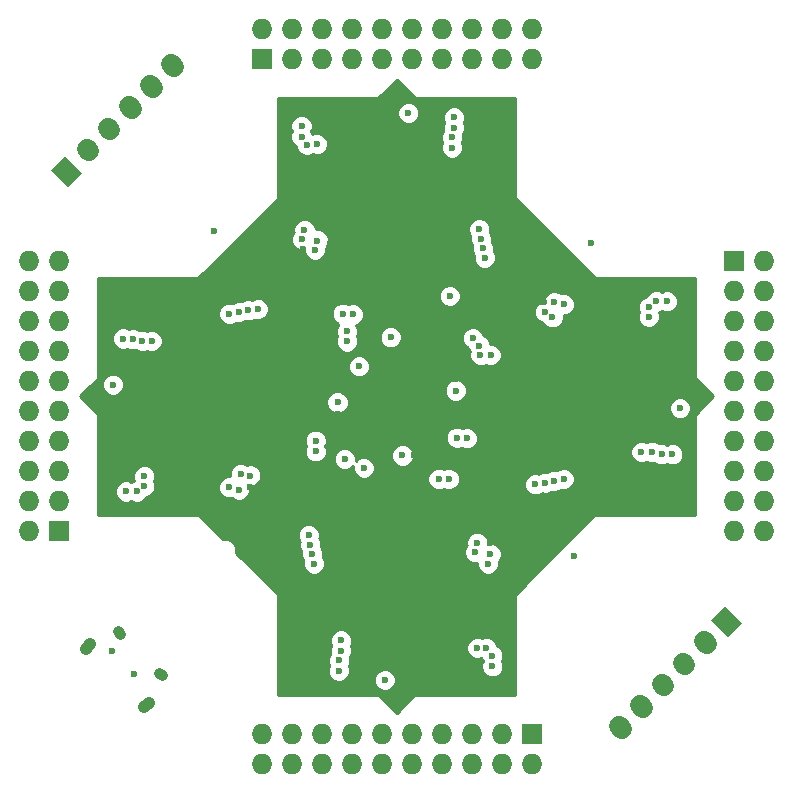
<source format=gbr>
G04 #@! TF.FileFunction,Copper,L2,Inr,Plane*
%FSLAX46Y46*%
G04 Gerber Fmt 4.6, Leading zero omitted, Abs format (unit mm)*
G04 Created by KiCad (PCBNEW 4.0.6-e0-6349~53~ubuntu14.04.1) date Tue Mar 21 08:09:45 2017*
%MOMM*%
%LPD*%
G01*
G04 APERTURE LIST*
%ADD10C,0.100000*%
%ADD11R,1.727200X1.727200*%
%ADD12O,1.727200X1.727200*%
%ADD13C,1.727200*%
%ADD14C,0.950000*%
%ADD15C,1.000000*%
%ADD16C,0.600000*%
%ADD17C,0.254000*%
G04 APERTURE END LIST*
D10*
D11*
X161430000Y-133575000D03*
D12*
X161430000Y-136115000D03*
X158890000Y-133575000D03*
X158890000Y-136115000D03*
X156350000Y-133575000D03*
X156350000Y-136115000D03*
X153810000Y-133575000D03*
X153810000Y-136115000D03*
X151270000Y-133575000D03*
X151270000Y-136115000D03*
X148730000Y-133575000D03*
X148730000Y-136115000D03*
X146190000Y-133575000D03*
X146190000Y-136115000D03*
X143650000Y-133575000D03*
X143650000Y-136115000D03*
X141110000Y-133575000D03*
X141110000Y-136115000D03*
X138570000Y-133575000D03*
X138570000Y-136115000D03*
D11*
X121425000Y-116430000D03*
D12*
X118885000Y-116430000D03*
X121425000Y-113890000D03*
X118885000Y-113890000D03*
X121425000Y-111350000D03*
X118885000Y-111350000D03*
X121425000Y-108810000D03*
X118885000Y-108810000D03*
X121425000Y-106270000D03*
X118885000Y-106270000D03*
X121425000Y-103730000D03*
X118885000Y-103730000D03*
X121425000Y-101190000D03*
X118885000Y-101190000D03*
X121425000Y-98650000D03*
X118885000Y-98650000D03*
X121425000Y-96110000D03*
X118885000Y-96110000D03*
X121425000Y-93570000D03*
X118885000Y-93570000D03*
D11*
X138570000Y-76425000D03*
D12*
X138570000Y-73885000D03*
X141110000Y-76425000D03*
X141110000Y-73885000D03*
X143650000Y-76425000D03*
X143650000Y-73885000D03*
X146190000Y-76425000D03*
X146190000Y-73885000D03*
X148730000Y-76425000D03*
X148730000Y-73885000D03*
X151270000Y-76425000D03*
X151270000Y-73885000D03*
X153810000Y-76425000D03*
X153810000Y-73885000D03*
X156350000Y-76425000D03*
X156350000Y-73885000D03*
X158890000Y-76425000D03*
X158890000Y-73885000D03*
X161430000Y-76425000D03*
X161430000Y-73885000D03*
D11*
X178575000Y-93570000D03*
D12*
X181115000Y-93570000D03*
X178575000Y-96110000D03*
X181115000Y-96110000D03*
X178575000Y-98650000D03*
X181115000Y-98650000D03*
X178575000Y-101190000D03*
X181115000Y-101190000D03*
X178575000Y-103730000D03*
X181115000Y-103730000D03*
X178575000Y-106270000D03*
X181115000Y-106270000D03*
X178575000Y-108810000D03*
X181115000Y-108810000D03*
X178575000Y-111350000D03*
X181115000Y-111350000D03*
X178575000Y-113890000D03*
X181115000Y-113890000D03*
X178575000Y-116430000D03*
X181115000Y-116430000D03*
D10*
G36*
X122167763Y-87279078D02*
X120730922Y-85842237D01*
X121952237Y-84620922D01*
X123389078Y-86057763D01*
X122167763Y-87279078D01*
X122167763Y-87279078D01*
G37*
D13*
X123748288Y-84046186D02*
X123963814Y-84261712D01*
X125544339Y-82250135D02*
X125759865Y-82465661D01*
X127340391Y-80454083D02*
X127555917Y-80669609D01*
X129136442Y-78658032D02*
X129351968Y-78873558D01*
X130932493Y-76861981D02*
X131148019Y-77077507D01*
D10*
G36*
X177832237Y-122720922D02*
X179269078Y-124157763D01*
X178047763Y-125379078D01*
X176610922Y-123942237D01*
X177832237Y-122720922D01*
X177832237Y-122720922D01*
G37*
D13*
X176251712Y-125953814D02*
X176036186Y-125738288D01*
X174455661Y-127749865D02*
X174240135Y-127534339D01*
X172659609Y-129545917D02*
X172444083Y-129330391D01*
X170863558Y-131341968D02*
X170648032Y-131126442D01*
X169067507Y-133138019D02*
X168851981Y-132922493D01*
D14*
X126370413Y-124880648D02*
X126582545Y-125092780D01*
X129905947Y-128416182D02*
X130118079Y-128628314D01*
D15*
X123665730Y-126383250D02*
X124054638Y-125994342D01*
X128615478Y-131332997D02*
X129004386Y-130944089D01*
D16*
X154500000Y-96500000D03*
X159050000Y-119650000D03*
X163750000Y-114200000D03*
X159200000Y-91250000D03*
X136250000Y-95800000D03*
X140800000Y-118750000D03*
X174000000Y-106000000D03*
X149000000Y-129000000D03*
X126000000Y-104000000D03*
X151000000Y-81000000D03*
X155100000Y-108500000D03*
X155950000Y-108550000D03*
X153550000Y-112000000D03*
X154450000Y-112000000D03*
X156450000Y-100050000D03*
X157000000Y-100700000D03*
X157100000Y-101500000D03*
X158000000Y-101500000D03*
X150500000Y-110000000D03*
X145000000Y-105500000D03*
X149500000Y-100000000D03*
X155000000Y-104500000D03*
X146825000Y-102460000D03*
X160000000Y-94000000D03*
X138000000Y-94000000D03*
X161500000Y-115000000D03*
X157500000Y-99500000D03*
X153000000Y-107500000D03*
X155000000Y-103500000D03*
X151500000Y-110000000D03*
X145000000Y-106500000D03*
X148500000Y-100000000D03*
X147250000Y-111050000D03*
X145600000Y-110300000D03*
X143150000Y-108750000D03*
X143150000Y-109650000D03*
X145800000Y-100350000D03*
X145800000Y-99450000D03*
X146300000Y-98050000D03*
X145450000Y-98000000D03*
X158100000Y-127850000D03*
X158100000Y-126950000D03*
X156800000Y-126300000D03*
X157600000Y-126300000D03*
X157750000Y-119150000D03*
X157950000Y-118350000D03*
X156650000Y-118200000D03*
X156850000Y-117400000D03*
X142550000Y-116750000D03*
X142700000Y-117550000D03*
X142850000Y-118350000D03*
X143000000Y-119150000D03*
X145100000Y-128250000D03*
X145150000Y-127350000D03*
X145300000Y-126550000D03*
X145300000Y-125650000D03*
X127100000Y-113050000D03*
X128000000Y-113050000D03*
X128650000Y-111750000D03*
X128650000Y-112550000D03*
X135850000Y-112700000D03*
X136650000Y-112900000D03*
X136800000Y-111600000D03*
X137600000Y-111700000D03*
X138250000Y-97600000D03*
X137450000Y-97700000D03*
X136650000Y-97850000D03*
X135850000Y-98000000D03*
X126850000Y-100100000D03*
X127650000Y-100150000D03*
X128450000Y-100300000D03*
X129300000Y-100300000D03*
X141950000Y-82100000D03*
X141950000Y-83000000D03*
X143250000Y-83650000D03*
X142400000Y-83700000D03*
X142200000Y-90900000D03*
X142000000Y-91700000D03*
X143300000Y-91800000D03*
X143100000Y-92600000D03*
X157450000Y-93250000D03*
X157300000Y-92450000D03*
X157150000Y-91650000D03*
X157000000Y-90850000D03*
X154850000Y-81350000D03*
X154850000Y-82250000D03*
X154700000Y-83050000D03*
X154700000Y-83950000D03*
X172900000Y-96950000D03*
X172000000Y-96950000D03*
X171350000Y-98250000D03*
X171350000Y-97450000D03*
X164150000Y-97200000D03*
X163350000Y-97000000D03*
X163200000Y-98300000D03*
X162550000Y-97850000D03*
X161750000Y-112450000D03*
X162550000Y-112300000D03*
X163350000Y-112150000D03*
X164150000Y-112000000D03*
X173350000Y-109900000D03*
X172450000Y-109900000D03*
X171650000Y-109700000D03*
X170700000Y-109700000D03*
X141200000Y-117150000D03*
X157950000Y-117450000D03*
X137550000Y-96000000D03*
X137550000Y-112700000D03*
X166500000Y-92000000D03*
X134500000Y-91000000D03*
X165000000Y-118500000D03*
X159050000Y-92600000D03*
X142100000Y-92550000D03*
X162400000Y-114000000D03*
X162500000Y-97000000D03*
X127775000Y-128495000D03*
X125870000Y-126590000D03*
D17*
G36*
X151510197Y-79689803D02*
X151552211Y-79717666D01*
X151600000Y-79727000D01*
X160033000Y-79727000D01*
X160033000Y-88160000D01*
X160043006Y-88209410D01*
X160070197Y-88249803D01*
X166750197Y-94929803D01*
X166792211Y-94957666D01*
X166840000Y-94967000D01*
X175273000Y-94967000D01*
X175273000Y-103400000D01*
X175283006Y-103449410D01*
X175310197Y-103489803D01*
X176820394Y-105000000D01*
X175310197Y-106510197D01*
X175282334Y-106552211D01*
X175273000Y-106600000D01*
X175273000Y-115033000D01*
X166840000Y-115033000D01*
X166790590Y-115043006D01*
X166750197Y-115070197D01*
X160070197Y-121750197D01*
X160042334Y-121792211D01*
X160033000Y-121840000D01*
X160033000Y-130273000D01*
X151600000Y-130273000D01*
X151550590Y-130283006D01*
X151510197Y-130310197D01*
X150000000Y-131820394D01*
X148489803Y-130310197D01*
X148447789Y-130282334D01*
X148400000Y-130273000D01*
X139967000Y-130273000D01*
X139967000Y-129185167D01*
X148064838Y-129185167D01*
X148206883Y-129528943D01*
X148469673Y-129792192D01*
X148813201Y-129934838D01*
X149185167Y-129935162D01*
X149528943Y-129793117D01*
X149792192Y-129530327D01*
X149934838Y-129186799D01*
X149935162Y-128814833D01*
X149793117Y-128471057D01*
X149530327Y-128207808D01*
X149186799Y-128065162D01*
X148814833Y-128064838D01*
X148471057Y-128206883D01*
X148207808Y-128469673D01*
X148065162Y-128813201D01*
X148064838Y-129185167D01*
X139967000Y-129185167D01*
X139967000Y-128435167D01*
X144164838Y-128435167D01*
X144306883Y-128778943D01*
X144569673Y-129042192D01*
X144913201Y-129184838D01*
X145285167Y-129185162D01*
X145628943Y-129043117D01*
X145892192Y-128780327D01*
X146034838Y-128436799D01*
X146035162Y-128064833D01*
X145950580Y-127860127D01*
X146084838Y-127536799D01*
X146085162Y-127164833D01*
X146062494Y-127109973D01*
X146092192Y-127080327D01*
X146234838Y-126736799D01*
X146235057Y-126485167D01*
X155864838Y-126485167D01*
X156006883Y-126828943D01*
X156269673Y-127092192D01*
X156613201Y-127234838D01*
X156985167Y-127235162D01*
X157173928Y-127157168D01*
X157274359Y-127400228D01*
X157165162Y-127663201D01*
X157164838Y-128035167D01*
X157306883Y-128378943D01*
X157569673Y-128642192D01*
X157913201Y-128784838D01*
X158285167Y-128785162D01*
X158628943Y-128643117D01*
X158892192Y-128380327D01*
X159034838Y-128036799D01*
X159035162Y-127664833D01*
X158925641Y-127399772D01*
X159034838Y-127136799D01*
X159035162Y-126764833D01*
X158893117Y-126421057D01*
X158630327Y-126157808D01*
X158535159Y-126118291D01*
X158535162Y-126114833D01*
X158393117Y-125771057D01*
X158130327Y-125507808D01*
X157786799Y-125365162D01*
X157414833Y-125364838D01*
X157199896Y-125453648D01*
X156986799Y-125365162D01*
X156614833Y-125364838D01*
X156271057Y-125506883D01*
X156007808Y-125769673D01*
X155865162Y-126113201D01*
X155864838Y-126485167D01*
X146235057Y-126485167D01*
X146235162Y-126364833D01*
X146125641Y-126099772D01*
X146234838Y-125836799D01*
X146235162Y-125464833D01*
X146093117Y-125121057D01*
X145830327Y-124857808D01*
X145486799Y-124715162D01*
X145114833Y-124714838D01*
X144771057Y-124856883D01*
X144507808Y-125119673D01*
X144365162Y-125463201D01*
X144364838Y-125835167D01*
X144474359Y-126100228D01*
X144365162Y-126363201D01*
X144364838Y-126735167D01*
X144387506Y-126790027D01*
X144357808Y-126819673D01*
X144215162Y-127163201D01*
X144214838Y-127535167D01*
X144299420Y-127739873D01*
X144165162Y-128063201D01*
X144164838Y-128435167D01*
X139967000Y-128435167D01*
X139967000Y-121840000D01*
X139956994Y-121790590D01*
X139929803Y-121750197D01*
X136414759Y-118235153D01*
X136434838Y-118186799D01*
X136435162Y-117814833D01*
X136293117Y-117471057D01*
X136030327Y-117207808D01*
X135686799Y-117065162D01*
X135314833Y-117064838D01*
X135265024Y-117085418D01*
X135114773Y-116935167D01*
X141614838Y-116935167D01*
X141756883Y-117278943D01*
X141787439Y-117309552D01*
X141765162Y-117363201D01*
X141764838Y-117735167D01*
X141906883Y-118078943D01*
X141937439Y-118109552D01*
X141915162Y-118163201D01*
X141914838Y-118535167D01*
X142056883Y-118878943D01*
X142087439Y-118909552D01*
X142065162Y-118963201D01*
X142064838Y-119335167D01*
X142206883Y-119678943D01*
X142469673Y-119942192D01*
X142813201Y-120084838D01*
X143185167Y-120085162D01*
X143528943Y-119943117D01*
X143792192Y-119680327D01*
X143934838Y-119336799D01*
X143935162Y-118964833D01*
X143793117Y-118621057D01*
X143762561Y-118590448D01*
X143784838Y-118536799D01*
X143784970Y-118385167D01*
X155714838Y-118385167D01*
X155856883Y-118728943D01*
X156119673Y-118992192D01*
X156463201Y-119134838D01*
X156815012Y-119135144D01*
X156814838Y-119335167D01*
X156956883Y-119678943D01*
X157219673Y-119942192D01*
X157563201Y-120084838D01*
X157935167Y-120085162D01*
X158278943Y-119943117D01*
X158542192Y-119680327D01*
X158684838Y-119336799D01*
X158685162Y-118964833D01*
X158677095Y-118945310D01*
X158742192Y-118880327D01*
X158884838Y-118536799D01*
X158885162Y-118164833D01*
X158743117Y-117821057D01*
X158480327Y-117557808D01*
X158136799Y-117415162D01*
X157784988Y-117414856D01*
X157785162Y-117214833D01*
X157643117Y-116871057D01*
X157380327Y-116607808D01*
X157036799Y-116465162D01*
X156664833Y-116464838D01*
X156321057Y-116606883D01*
X156057808Y-116869673D01*
X155915162Y-117213201D01*
X155914838Y-117585167D01*
X155922905Y-117604690D01*
X155857808Y-117669673D01*
X155715162Y-118013201D01*
X155714838Y-118385167D01*
X143784970Y-118385167D01*
X143785162Y-118164833D01*
X143643117Y-117821057D01*
X143612561Y-117790448D01*
X143634838Y-117736799D01*
X143635162Y-117364833D01*
X143493117Y-117021057D01*
X143462561Y-116990448D01*
X143484838Y-116936799D01*
X143485162Y-116564833D01*
X143343117Y-116221057D01*
X143080327Y-115957808D01*
X142736799Y-115815162D01*
X142364833Y-115814838D01*
X142021057Y-115956883D01*
X141757808Y-116219673D01*
X141615162Y-116563201D01*
X141614838Y-116935167D01*
X135114773Y-116935167D01*
X133249803Y-115070197D01*
X133207789Y-115042334D01*
X133160000Y-115033000D01*
X124727000Y-115033000D01*
X124727000Y-113235167D01*
X126164838Y-113235167D01*
X126306883Y-113578943D01*
X126569673Y-113842192D01*
X126913201Y-113984838D01*
X127285167Y-113985162D01*
X127550228Y-113875641D01*
X127813201Y-113984838D01*
X128185167Y-113985162D01*
X128528943Y-113843117D01*
X128792192Y-113580327D01*
X128831709Y-113485159D01*
X128835167Y-113485162D01*
X129178943Y-113343117D01*
X129442192Y-113080327D01*
X129523229Y-112885167D01*
X134914838Y-112885167D01*
X135056883Y-113228943D01*
X135319673Y-113492192D01*
X135663201Y-113634838D01*
X136035167Y-113635162D01*
X136054690Y-113627095D01*
X136119673Y-113692192D01*
X136463201Y-113834838D01*
X136835167Y-113835162D01*
X137178943Y-113693117D01*
X137442192Y-113430327D01*
X137584838Y-113086799D01*
X137585162Y-112714833D01*
X137552159Y-112634959D01*
X137785167Y-112635162D01*
X138128943Y-112493117D01*
X138392192Y-112230327D01*
X138410944Y-112185167D01*
X152614838Y-112185167D01*
X152756883Y-112528943D01*
X153019673Y-112792192D01*
X153363201Y-112934838D01*
X153735167Y-112935162D01*
X154000228Y-112825641D01*
X154263201Y-112934838D01*
X154635167Y-112935162D01*
X154978943Y-112793117D01*
X155137168Y-112635167D01*
X160814838Y-112635167D01*
X160956883Y-112978943D01*
X161219673Y-113242192D01*
X161563201Y-113384838D01*
X161935167Y-113385162D01*
X162278943Y-113243117D01*
X162309552Y-113212561D01*
X162363201Y-113234838D01*
X162735167Y-113235162D01*
X163078943Y-113093117D01*
X163109552Y-113062561D01*
X163163201Y-113084838D01*
X163535167Y-113085162D01*
X163878943Y-112943117D01*
X163909552Y-112912561D01*
X163963201Y-112934838D01*
X164335167Y-112935162D01*
X164678943Y-112793117D01*
X164942192Y-112530327D01*
X165084838Y-112186799D01*
X165085162Y-111814833D01*
X164943117Y-111471057D01*
X164680327Y-111207808D01*
X164336799Y-111065162D01*
X163964833Y-111064838D01*
X163621057Y-111206883D01*
X163590448Y-111237439D01*
X163536799Y-111215162D01*
X163164833Y-111214838D01*
X162821057Y-111356883D01*
X162790448Y-111387439D01*
X162736799Y-111365162D01*
X162364833Y-111364838D01*
X162021057Y-111506883D01*
X161990448Y-111537439D01*
X161936799Y-111515162D01*
X161564833Y-111514838D01*
X161221057Y-111656883D01*
X160957808Y-111919673D01*
X160815162Y-112263201D01*
X160814838Y-112635167D01*
X155137168Y-112635167D01*
X155242192Y-112530327D01*
X155384838Y-112186799D01*
X155385162Y-111814833D01*
X155243117Y-111471057D01*
X154980327Y-111207808D01*
X154636799Y-111065162D01*
X154264833Y-111064838D01*
X153999772Y-111174359D01*
X153736799Y-111065162D01*
X153364833Y-111064838D01*
X153021057Y-111206883D01*
X152757808Y-111469673D01*
X152615162Y-111813201D01*
X152614838Y-112185167D01*
X138410944Y-112185167D01*
X138534838Y-111886799D01*
X138535162Y-111514833D01*
X138393117Y-111171057D01*
X138130327Y-110907808D01*
X137786799Y-110765162D01*
X137414833Y-110764838D01*
X137320606Y-110803772D01*
X136986799Y-110665162D01*
X136614833Y-110664838D01*
X136271057Y-110806883D01*
X136007808Y-111069673D01*
X135865162Y-111413201D01*
X135864856Y-111765012D01*
X135664833Y-111764838D01*
X135321057Y-111906883D01*
X135057808Y-112169673D01*
X134915162Y-112513201D01*
X134914838Y-112885167D01*
X129523229Y-112885167D01*
X129584838Y-112736799D01*
X129585162Y-112364833D01*
X129496352Y-112149896D01*
X129584838Y-111936799D01*
X129585162Y-111564833D01*
X129443117Y-111221057D01*
X129180327Y-110957808D01*
X128836799Y-110815162D01*
X128464833Y-110814838D01*
X128121057Y-110956883D01*
X127857808Y-111219673D01*
X127715162Y-111563201D01*
X127714838Y-111935167D01*
X127792832Y-112123928D01*
X127549772Y-112224359D01*
X127286799Y-112115162D01*
X126914833Y-112114838D01*
X126571057Y-112256883D01*
X126307808Y-112519673D01*
X126165162Y-112863201D01*
X126164838Y-113235167D01*
X124727000Y-113235167D01*
X124727000Y-108935167D01*
X142214838Y-108935167D01*
X142324359Y-109200228D01*
X142215162Y-109463201D01*
X142214838Y-109835167D01*
X142356883Y-110178943D01*
X142619673Y-110442192D01*
X142963201Y-110584838D01*
X143335167Y-110585162D01*
X143577173Y-110485167D01*
X144664838Y-110485167D01*
X144806883Y-110828943D01*
X145069673Y-111092192D01*
X145413201Y-111234838D01*
X145785167Y-111235162D01*
X146128943Y-111093117D01*
X146315124Y-110907261D01*
X146314838Y-111235167D01*
X146456883Y-111578943D01*
X146719673Y-111842192D01*
X147063201Y-111984838D01*
X147435167Y-111985162D01*
X147778943Y-111843117D01*
X148042192Y-111580327D01*
X148184838Y-111236799D01*
X148185162Y-110864833D01*
X148043117Y-110521057D01*
X147780327Y-110257808D01*
X147605389Y-110185167D01*
X149564838Y-110185167D01*
X149706883Y-110528943D01*
X149969673Y-110792192D01*
X150313201Y-110934838D01*
X150685167Y-110935162D01*
X151028943Y-110793117D01*
X151292192Y-110530327D01*
X151434838Y-110186799D01*
X151435100Y-109885167D01*
X169764838Y-109885167D01*
X169906883Y-110228943D01*
X170169673Y-110492192D01*
X170513201Y-110634838D01*
X170885167Y-110635162D01*
X171175290Y-110515286D01*
X171463201Y-110634838D01*
X171835167Y-110635162D01*
X171854690Y-110627095D01*
X171919673Y-110692192D01*
X172263201Y-110834838D01*
X172635167Y-110835162D01*
X172900228Y-110725641D01*
X173163201Y-110834838D01*
X173535167Y-110835162D01*
X173878943Y-110693117D01*
X174142192Y-110430327D01*
X174284838Y-110086799D01*
X174285162Y-109714833D01*
X174143117Y-109371057D01*
X173880327Y-109107808D01*
X173536799Y-108965162D01*
X173164833Y-108964838D01*
X172899772Y-109074359D01*
X172636799Y-108965162D01*
X172264833Y-108964838D01*
X172245310Y-108972905D01*
X172180327Y-108907808D01*
X171836799Y-108765162D01*
X171464833Y-108764838D01*
X171174710Y-108884714D01*
X170886799Y-108765162D01*
X170514833Y-108764838D01*
X170171057Y-108906883D01*
X169907808Y-109169673D01*
X169765162Y-109513201D01*
X169764838Y-109885167D01*
X151435100Y-109885167D01*
X151435162Y-109814833D01*
X151293117Y-109471057D01*
X151030327Y-109207808D01*
X150686799Y-109065162D01*
X150314833Y-109064838D01*
X149971057Y-109206883D01*
X149707808Y-109469673D01*
X149565162Y-109813201D01*
X149564838Y-110185167D01*
X147605389Y-110185167D01*
X147436799Y-110115162D01*
X147064833Y-110114838D01*
X146721057Y-110256883D01*
X146534876Y-110442739D01*
X146535162Y-110114833D01*
X146393117Y-109771057D01*
X146130327Y-109507808D01*
X145786799Y-109365162D01*
X145414833Y-109364838D01*
X145071057Y-109506883D01*
X144807808Y-109769673D01*
X144665162Y-110113201D01*
X144664838Y-110485167D01*
X143577173Y-110485167D01*
X143678943Y-110443117D01*
X143942192Y-110180327D01*
X144084838Y-109836799D01*
X144085162Y-109464833D01*
X143975641Y-109199772D01*
X144084838Y-108936799D01*
X144085057Y-108685167D01*
X154164838Y-108685167D01*
X154306883Y-109028943D01*
X154569673Y-109292192D01*
X154913201Y-109434838D01*
X155285167Y-109435162D01*
X155464811Y-109360935D01*
X155763201Y-109484838D01*
X156135167Y-109485162D01*
X156478943Y-109343117D01*
X156742192Y-109080327D01*
X156884838Y-108736799D01*
X156885162Y-108364833D01*
X156743117Y-108021057D01*
X156480327Y-107757808D01*
X156136799Y-107615162D01*
X155764833Y-107614838D01*
X155585189Y-107689065D01*
X155286799Y-107565162D01*
X154914833Y-107564838D01*
X154571057Y-107706883D01*
X154307808Y-107969673D01*
X154165162Y-108313201D01*
X154164838Y-108685167D01*
X144085057Y-108685167D01*
X144085162Y-108564833D01*
X143943117Y-108221057D01*
X143680327Y-107957808D01*
X143336799Y-107815162D01*
X142964833Y-107814838D01*
X142621057Y-107956883D01*
X142357808Y-108219673D01*
X142215162Y-108563201D01*
X142214838Y-108935167D01*
X124727000Y-108935167D01*
X124727000Y-106600000D01*
X124716994Y-106550590D01*
X124689803Y-106510197D01*
X123864773Y-105685167D01*
X144064838Y-105685167D01*
X144206883Y-106028943D01*
X144469673Y-106292192D01*
X144813201Y-106434838D01*
X145185167Y-106435162D01*
X145528943Y-106293117D01*
X145637081Y-106185167D01*
X173064838Y-106185167D01*
X173206883Y-106528943D01*
X173469673Y-106792192D01*
X173813201Y-106934838D01*
X174185167Y-106935162D01*
X174528943Y-106793117D01*
X174792192Y-106530327D01*
X174934838Y-106186799D01*
X174935162Y-105814833D01*
X174793117Y-105471057D01*
X174530327Y-105207808D01*
X174186799Y-105065162D01*
X173814833Y-105064838D01*
X173471057Y-105206883D01*
X173207808Y-105469673D01*
X173065162Y-105813201D01*
X173064838Y-106185167D01*
X145637081Y-106185167D01*
X145792192Y-106030327D01*
X145934838Y-105686799D01*
X145935162Y-105314833D01*
X145793117Y-104971057D01*
X145530327Y-104707808D01*
X145475802Y-104685167D01*
X154064838Y-104685167D01*
X154206883Y-105028943D01*
X154469673Y-105292192D01*
X154813201Y-105434838D01*
X155185167Y-105435162D01*
X155528943Y-105293117D01*
X155792192Y-105030327D01*
X155934838Y-104686799D01*
X155935162Y-104314833D01*
X155793117Y-103971057D01*
X155530327Y-103707808D01*
X155186799Y-103565162D01*
X154814833Y-103564838D01*
X154471057Y-103706883D01*
X154207808Y-103969673D01*
X154065162Y-104313201D01*
X154064838Y-104685167D01*
X145475802Y-104685167D01*
X145186799Y-104565162D01*
X144814833Y-104564838D01*
X144471057Y-104706883D01*
X144207808Y-104969673D01*
X144065162Y-105313201D01*
X144064838Y-105685167D01*
X123864773Y-105685167D01*
X123179606Y-105000000D01*
X123994439Y-104185167D01*
X125064838Y-104185167D01*
X125206883Y-104528943D01*
X125469673Y-104792192D01*
X125813201Y-104934838D01*
X126185167Y-104935162D01*
X126528943Y-104793117D01*
X126792192Y-104530327D01*
X126934838Y-104186799D01*
X126935162Y-103814833D01*
X126793117Y-103471057D01*
X126530327Y-103207808D01*
X126186799Y-103065162D01*
X125814833Y-103064838D01*
X125471057Y-103206883D01*
X125207808Y-103469673D01*
X125065162Y-103813201D01*
X125064838Y-104185167D01*
X123994439Y-104185167D01*
X124689803Y-103489803D01*
X124717666Y-103447789D01*
X124727000Y-103400000D01*
X124727000Y-102645167D01*
X145889838Y-102645167D01*
X146031883Y-102988943D01*
X146294673Y-103252192D01*
X146638201Y-103394838D01*
X147010167Y-103395162D01*
X147353943Y-103253117D01*
X147617192Y-102990327D01*
X147759838Y-102646799D01*
X147760162Y-102274833D01*
X147618117Y-101931057D01*
X147355327Y-101667808D01*
X147011799Y-101525162D01*
X146639833Y-101524838D01*
X146296057Y-101666883D01*
X146032808Y-101929673D01*
X145890162Y-102273201D01*
X145889838Y-102645167D01*
X124727000Y-102645167D01*
X124727000Y-100285167D01*
X125914838Y-100285167D01*
X126056883Y-100628943D01*
X126319673Y-100892192D01*
X126663201Y-101034838D01*
X127035167Y-101035162D01*
X127189749Y-100971290D01*
X127463201Y-101084838D01*
X127835167Y-101085162D01*
X127890027Y-101062494D01*
X127919673Y-101092192D01*
X128263201Y-101234838D01*
X128635167Y-101235162D01*
X128875166Y-101135997D01*
X129113201Y-101234838D01*
X129485167Y-101235162D01*
X129828943Y-101093117D01*
X130092192Y-100830327D01*
X130234838Y-100486799D01*
X130235162Y-100114833D01*
X130093117Y-99771057D01*
X129830327Y-99507808D01*
X129486799Y-99365162D01*
X129114833Y-99364838D01*
X128874834Y-99464003D01*
X128636799Y-99365162D01*
X128264833Y-99364838D01*
X128209973Y-99387506D01*
X128180327Y-99357808D01*
X127836799Y-99215162D01*
X127464833Y-99214838D01*
X127310251Y-99278710D01*
X127036799Y-99165162D01*
X126664833Y-99164838D01*
X126321057Y-99306883D01*
X126057808Y-99569673D01*
X125915162Y-99913201D01*
X125914838Y-100285167D01*
X124727000Y-100285167D01*
X124727000Y-98185167D01*
X134914838Y-98185167D01*
X135056883Y-98528943D01*
X135319673Y-98792192D01*
X135663201Y-98934838D01*
X136035167Y-98935162D01*
X136378943Y-98793117D01*
X136409552Y-98762561D01*
X136463201Y-98784838D01*
X136835167Y-98785162D01*
X137178943Y-98643117D01*
X137209552Y-98612561D01*
X137263201Y-98634838D01*
X137635167Y-98635162D01*
X137970815Y-98496476D01*
X138063201Y-98534838D01*
X138435167Y-98535162D01*
X138778943Y-98393117D01*
X138987256Y-98185167D01*
X144514838Y-98185167D01*
X144656883Y-98528943D01*
X144919673Y-98792192D01*
X145072105Y-98855488D01*
X145007808Y-98919673D01*
X144865162Y-99263201D01*
X144864838Y-99635167D01*
X144974359Y-99900228D01*
X144865162Y-100163201D01*
X144864838Y-100535167D01*
X145006883Y-100878943D01*
X145269673Y-101142192D01*
X145613201Y-101284838D01*
X145985167Y-101285162D01*
X146328943Y-101143117D01*
X146592192Y-100880327D01*
X146734838Y-100536799D01*
X146735144Y-100185167D01*
X148564838Y-100185167D01*
X148706883Y-100528943D01*
X148969673Y-100792192D01*
X149313201Y-100934838D01*
X149685167Y-100935162D01*
X150028943Y-100793117D01*
X150292192Y-100530327D01*
X150414753Y-100235167D01*
X155514838Y-100235167D01*
X155656883Y-100578943D01*
X155919673Y-100842192D01*
X156073468Y-100906054D01*
X156203524Y-101220815D01*
X156165162Y-101313201D01*
X156164838Y-101685167D01*
X156306883Y-102028943D01*
X156569673Y-102292192D01*
X156913201Y-102434838D01*
X157285167Y-102435162D01*
X157550228Y-102325641D01*
X157813201Y-102434838D01*
X158185167Y-102435162D01*
X158528943Y-102293117D01*
X158792192Y-102030327D01*
X158934838Y-101686799D01*
X158935162Y-101314833D01*
X158793117Y-100971057D01*
X158530327Y-100707808D01*
X158186799Y-100565162D01*
X157935118Y-100564943D01*
X157935162Y-100514833D01*
X157793117Y-100171057D01*
X157530327Y-99907808D01*
X157376532Y-99843946D01*
X157243117Y-99521057D01*
X156980327Y-99257808D01*
X156636799Y-99115162D01*
X156264833Y-99114838D01*
X155921057Y-99256883D01*
X155657808Y-99519673D01*
X155515162Y-99863201D01*
X155514838Y-100235167D01*
X150414753Y-100235167D01*
X150434838Y-100186799D01*
X150435162Y-99814833D01*
X150293117Y-99471057D01*
X150030327Y-99207808D01*
X149686799Y-99065162D01*
X149314833Y-99064838D01*
X148971057Y-99206883D01*
X148707808Y-99469673D01*
X148565162Y-99813201D01*
X148564838Y-100185167D01*
X146735144Y-100185167D01*
X146735162Y-100164833D01*
X146625641Y-99899772D01*
X146734838Y-99636799D01*
X146735162Y-99264833D01*
X146600000Y-98937714D01*
X146828943Y-98843117D01*
X147092192Y-98580327D01*
X147234838Y-98236799D01*
X147235013Y-98035167D01*
X161614838Y-98035167D01*
X161756883Y-98378943D01*
X162019673Y-98642192D01*
X162363201Y-98784838D01*
X162388668Y-98784860D01*
X162406883Y-98828943D01*
X162669673Y-99092192D01*
X163013201Y-99234838D01*
X163385167Y-99235162D01*
X163728943Y-99093117D01*
X163992192Y-98830327D01*
X164134838Y-98486799D01*
X164135144Y-98134988D01*
X164335167Y-98135162D01*
X164678943Y-97993117D01*
X164942192Y-97730327D01*
X164981706Y-97635167D01*
X170414838Y-97635167D01*
X170503648Y-97850104D01*
X170415162Y-98063201D01*
X170414838Y-98435167D01*
X170556883Y-98778943D01*
X170819673Y-99042192D01*
X171163201Y-99184838D01*
X171535167Y-99185162D01*
X171878943Y-99043117D01*
X172142192Y-98780327D01*
X172284838Y-98436799D01*
X172285162Y-98064833D01*
X172207168Y-97876072D01*
X172450228Y-97775641D01*
X172713201Y-97884838D01*
X173085167Y-97885162D01*
X173428943Y-97743117D01*
X173692192Y-97480327D01*
X173834838Y-97136799D01*
X173835162Y-96764833D01*
X173693117Y-96421057D01*
X173430327Y-96157808D01*
X173086799Y-96015162D01*
X172714833Y-96014838D01*
X172449772Y-96124359D01*
X172186799Y-96015162D01*
X171814833Y-96014838D01*
X171471057Y-96156883D01*
X171207808Y-96419673D01*
X171168291Y-96514841D01*
X171164833Y-96514838D01*
X170821057Y-96656883D01*
X170557808Y-96919673D01*
X170415162Y-97263201D01*
X170414838Y-97635167D01*
X164981706Y-97635167D01*
X165084838Y-97386799D01*
X165085162Y-97014833D01*
X164943117Y-96671057D01*
X164680327Y-96407808D01*
X164336799Y-96265162D01*
X163964833Y-96264838D01*
X163945310Y-96272905D01*
X163880327Y-96207808D01*
X163536799Y-96065162D01*
X163164833Y-96064838D01*
X162821057Y-96206883D01*
X162557808Y-96469673D01*
X162415162Y-96813201D01*
X162415073Y-96914882D01*
X162364833Y-96914838D01*
X162021057Y-97056883D01*
X161757808Y-97319673D01*
X161615162Y-97663201D01*
X161614838Y-98035167D01*
X147235013Y-98035167D01*
X147235162Y-97864833D01*
X147093117Y-97521057D01*
X146830327Y-97257808D01*
X146486799Y-97115162D01*
X146114833Y-97114838D01*
X145935189Y-97189065D01*
X145636799Y-97065162D01*
X145264833Y-97064838D01*
X144921057Y-97206883D01*
X144657808Y-97469673D01*
X144515162Y-97813201D01*
X144514838Y-98185167D01*
X138987256Y-98185167D01*
X139042192Y-98130327D01*
X139184838Y-97786799D01*
X139185162Y-97414833D01*
X139043117Y-97071057D01*
X138780327Y-96807808D01*
X138484977Y-96685167D01*
X153564838Y-96685167D01*
X153706883Y-97028943D01*
X153969673Y-97292192D01*
X154313201Y-97434838D01*
X154685167Y-97435162D01*
X155028943Y-97293117D01*
X155292192Y-97030327D01*
X155434838Y-96686799D01*
X155435162Y-96314833D01*
X155293117Y-95971057D01*
X155030327Y-95707808D01*
X154686799Y-95565162D01*
X154314833Y-95564838D01*
X153971057Y-95706883D01*
X153707808Y-95969673D01*
X153565162Y-96313201D01*
X153564838Y-96685167D01*
X138484977Y-96685167D01*
X138436799Y-96665162D01*
X138064833Y-96664838D01*
X137729185Y-96803524D01*
X137636799Y-96765162D01*
X137264833Y-96764838D01*
X136921057Y-96906883D01*
X136890448Y-96937439D01*
X136836799Y-96915162D01*
X136464833Y-96914838D01*
X136121057Y-97056883D01*
X136090448Y-97087439D01*
X136036799Y-97065162D01*
X135664833Y-97064838D01*
X135321057Y-97206883D01*
X135057808Y-97469673D01*
X134915162Y-97813201D01*
X134914838Y-98185167D01*
X124727000Y-98185167D01*
X124727000Y-94967000D01*
X133160000Y-94967000D01*
X133209410Y-94956994D01*
X133249803Y-94929803D01*
X136294439Y-91885167D01*
X141064838Y-91885167D01*
X141206883Y-92228943D01*
X141469673Y-92492192D01*
X141813201Y-92634838D01*
X142164969Y-92635144D01*
X142164838Y-92785167D01*
X142306883Y-93128943D01*
X142569673Y-93392192D01*
X142913201Y-93534838D01*
X143285167Y-93535162D01*
X143628943Y-93393117D01*
X143892192Y-93130327D01*
X144034838Y-92786799D01*
X144035162Y-92414833D01*
X144027095Y-92395310D01*
X144092192Y-92330327D01*
X144234838Y-91986799D01*
X144235162Y-91614833D01*
X144093117Y-91271057D01*
X143857639Y-91035167D01*
X156064838Y-91035167D01*
X156206883Y-91378943D01*
X156237439Y-91409552D01*
X156215162Y-91463201D01*
X156214838Y-91835167D01*
X156356883Y-92178943D01*
X156387439Y-92209552D01*
X156365162Y-92263201D01*
X156364838Y-92635167D01*
X156506883Y-92978943D01*
X156537439Y-93009552D01*
X156515162Y-93063201D01*
X156514838Y-93435167D01*
X156656883Y-93778943D01*
X156919673Y-94042192D01*
X157263201Y-94184838D01*
X157635167Y-94185162D01*
X157978943Y-94043117D01*
X158242192Y-93780327D01*
X158384838Y-93436799D01*
X158385162Y-93064833D01*
X158243117Y-92721057D01*
X158212561Y-92690448D01*
X158234838Y-92636799D01*
X158235162Y-92264833D01*
X158093117Y-91921057D01*
X158062561Y-91890448D01*
X158084838Y-91836799D01*
X158085162Y-91464833D01*
X157943117Y-91121057D01*
X157912561Y-91090448D01*
X157934838Y-91036799D01*
X157935162Y-90664833D01*
X157793117Y-90321057D01*
X157530327Y-90057808D01*
X157186799Y-89915162D01*
X156814833Y-89914838D01*
X156471057Y-90056883D01*
X156207808Y-90319673D01*
X156065162Y-90663201D01*
X156064838Y-91035167D01*
X143857639Y-91035167D01*
X143830327Y-91007808D01*
X143486799Y-90865162D01*
X143135031Y-90864856D01*
X143135162Y-90714833D01*
X142993117Y-90371057D01*
X142730327Y-90107808D01*
X142386799Y-89965162D01*
X142014833Y-89964838D01*
X141671057Y-90106883D01*
X141407808Y-90369673D01*
X141265162Y-90713201D01*
X141264838Y-91085167D01*
X141272905Y-91104690D01*
X141207808Y-91169673D01*
X141065162Y-91513201D01*
X141064838Y-91885167D01*
X136294439Y-91885167D01*
X139929803Y-88249803D01*
X139957666Y-88207789D01*
X139967000Y-88160000D01*
X139967000Y-82285167D01*
X141014838Y-82285167D01*
X141124359Y-82550228D01*
X141015162Y-82813201D01*
X141014838Y-83185167D01*
X141156883Y-83528943D01*
X141419673Y-83792192D01*
X141464903Y-83810973D01*
X141464838Y-83885167D01*
X141606883Y-84228943D01*
X141869673Y-84492192D01*
X142213201Y-84634838D01*
X142585167Y-84635162D01*
X142885521Y-84511059D01*
X143063201Y-84584838D01*
X143435167Y-84585162D01*
X143778943Y-84443117D01*
X144042192Y-84180327D01*
X144184838Y-83836799D01*
X144185162Y-83464833D01*
X144090267Y-83235167D01*
X153764838Y-83235167D01*
X153874359Y-83500228D01*
X153765162Y-83763201D01*
X153764838Y-84135167D01*
X153906883Y-84478943D01*
X154169673Y-84742192D01*
X154513201Y-84884838D01*
X154885167Y-84885162D01*
X155228943Y-84743117D01*
X155492192Y-84480327D01*
X155634838Y-84136799D01*
X155635162Y-83764833D01*
X155525641Y-83499772D01*
X155634838Y-83236799D01*
X155635162Y-82864833D01*
X155612494Y-82809973D01*
X155642192Y-82780327D01*
X155784838Y-82436799D01*
X155785162Y-82064833D01*
X155675641Y-81799772D01*
X155784838Y-81536799D01*
X155785162Y-81164833D01*
X155643117Y-80821057D01*
X155380327Y-80557808D01*
X155036799Y-80415162D01*
X154664833Y-80414838D01*
X154321057Y-80556883D01*
X154057808Y-80819673D01*
X153915162Y-81163201D01*
X153914838Y-81535167D01*
X154024359Y-81800228D01*
X153915162Y-82063201D01*
X153914838Y-82435167D01*
X153937506Y-82490027D01*
X153907808Y-82519673D01*
X153765162Y-82863201D01*
X153764838Y-83235167D01*
X144090267Y-83235167D01*
X144043117Y-83121057D01*
X143780327Y-82857808D01*
X143436799Y-82715162D01*
X143064833Y-82714838D01*
X142876072Y-82792832D01*
X142775641Y-82549772D01*
X142884838Y-82286799D01*
X142885162Y-81914833D01*
X142743117Y-81571057D01*
X142480327Y-81307808D01*
X142184977Y-81185167D01*
X150064838Y-81185167D01*
X150206883Y-81528943D01*
X150469673Y-81792192D01*
X150813201Y-81934838D01*
X151185167Y-81935162D01*
X151528943Y-81793117D01*
X151792192Y-81530327D01*
X151934838Y-81186799D01*
X151935162Y-80814833D01*
X151793117Y-80471057D01*
X151530327Y-80207808D01*
X151186799Y-80065162D01*
X150814833Y-80064838D01*
X150471057Y-80206883D01*
X150207808Y-80469673D01*
X150065162Y-80813201D01*
X150064838Y-81185167D01*
X142184977Y-81185167D01*
X142136799Y-81165162D01*
X141764833Y-81164838D01*
X141421057Y-81306883D01*
X141157808Y-81569673D01*
X141015162Y-81913201D01*
X141014838Y-82285167D01*
X139967000Y-82285167D01*
X139967000Y-79727000D01*
X148400000Y-79727000D01*
X148449410Y-79716994D01*
X148489803Y-79689803D01*
X150000000Y-78179606D01*
X151510197Y-79689803D01*
X151510197Y-79689803D01*
G37*
X151510197Y-79689803D02*
X151552211Y-79717666D01*
X151600000Y-79727000D01*
X160033000Y-79727000D01*
X160033000Y-88160000D01*
X160043006Y-88209410D01*
X160070197Y-88249803D01*
X166750197Y-94929803D01*
X166792211Y-94957666D01*
X166840000Y-94967000D01*
X175273000Y-94967000D01*
X175273000Y-103400000D01*
X175283006Y-103449410D01*
X175310197Y-103489803D01*
X176820394Y-105000000D01*
X175310197Y-106510197D01*
X175282334Y-106552211D01*
X175273000Y-106600000D01*
X175273000Y-115033000D01*
X166840000Y-115033000D01*
X166790590Y-115043006D01*
X166750197Y-115070197D01*
X160070197Y-121750197D01*
X160042334Y-121792211D01*
X160033000Y-121840000D01*
X160033000Y-130273000D01*
X151600000Y-130273000D01*
X151550590Y-130283006D01*
X151510197Y-130310197D01*
X150000000Y-131820394D01*
X148489803Y-130310197D01*
X148447789Y-130282334D01*
X148400000Y-130273000D01*
X139967000Y-130273000D01*
X139967000Y-129185167D01*
X148064838Y-129185167D01*
X148206883Y-129528943D01*
X148469673Y-129792192D01*
X148813201Y-129934838D01*
X149185167Y-129935162D01*
X149528943Y-129793117D01*
X149792192Y-129530327D01*
X149934838Y-129186799D01*
X149935162Y-128814833D01*
X149793117Y-128471057D01*
X149530327Y-128207808D01*
X149186799Y-128065162D01*
X148814833Y-128064838D01*
X148471057Y-128206883D01*
X148207808Y-128469673D01*
X148065162Y-128813201D01*
X148064838Y-129185167D01*
X139967000Y-129185167D01*
X139967000Y-128435167D01*
X144164838Y-128435167D01*
X144306883Y-128778943D01*
X144569673Y-129042192D01*
X144913201Y-129184838D01*
X145285167Y-129185162D01*
X145628943Y-129043117D01*
X145892192Y-128780327D01*
X146034838Y-128436799D01*
X146035162Y-128064833D01*
X145950580Y-127860127D01*
X146084838Y-127536799D01*
X146085162Y-127164833D01*
X146062494Y-127109973D01*
X146092192Y-127080327D01*
X146234838Y-126736799D01*
X146235057Y-126485167D01*
X155864838Y-126485167D01*
X156006883Y-126828943D01*
X156269673Y-127092192D01*
X156613201Y-127234838D01*
X156985167Y-127235162D01*
X157173928Y-127157168D01*
X157274359Y-127400228D01*
X157165162Y-127663201D01*
X157164838Y-128035167D01*
X157306883Y-128378943D01*
X157569673Y-128642192D01*
X157913201Y-128784838D01*
X158285167Y-128785162D01*
X158628943Y-128643117D01*
X158892192Y-128380327D01*
X159034838Y-128036799D01*
X159035162Y-127664833D01*
X158925641Y-127399772D01*
X159034838Y-127136799D01*
X159035162Y-126764833D01*
X158893117Y-126421057D01*
X158630327Y-126157808D01*
X158535159Y-126118291D01*
X158535162Y-126114833D01*
X158393117Y-125771057D01*
X158130327Y-125507808D01*
X157786799Y-125365162D01*
X157414833Y-125364838D01*
X157199896Y-125453648D01*
X156986799Y-125365162D01*
X156614833Y-125364838D01*
X156271057Y-125506883D01*
X156007808Y-125769673D01*
X155865162Y-126113201D01*
X155864838Y-126485167D01*
X146235057Y-126485167D01*
X146235162Y-126364833D01*
X146125641Y-126099772D01*
X146234838Y-125836799D01*
X146235162Y-125464833D01*
X146093117Y-125121057D01*
X145830327Y-124857808D01*
X145486799Y-124715162D01*
X145114833Y-124714838D01*
X144771057Y-124856883D01*
X144507808Y-125119673D01*
X144365162Y-125463201D01*
X144364838Y-125835167D01*
X144474359Y-126100228D01*
X144365162Y-126363201D01*
X144364838Y-126735167D01*
X144387506Y-126790027D01*
X144357808Y-126819673D01*
X144215162Y-127163201D01*
X144214838Y-127535167D01*
X144299420Y-127739873D01*
X144165162Y-128063201D01*
X144164838Y-128435167D01*
X139967000Y-128435167D01*
X139967000Y-121840000D01*
X139956994Y-121790590D01*
X139929803Y-121750197D01*
X136414759Y-118235153D01*
X136434838Y-118186799D01*
X136435162Y-117814833D01*
X136293117Y-117471057D01*
X136030327Y-117207808D01*
X135686799Y-117065162D01*
X135314833Y-117064838D01*
X135265024Y-117085418D01*
X135114773Y-116935167D01*
X141614838Y-116935167D01*
X141756883Y-117278943D01*
X141787439Y-117309552D01*
X141765162Y-117363201D01*
X141764838Y-117735167D01*
X141906883Y-118078943D01*
X141937439Y-118109552D01*
X141915162Y-118163201D01*
X141914838Y-118535167D01*
X142056883Y-118878943D01*
X142087439Y-118909552D01*
X142065162Y-118963201D01*
X142064838Y-119335167D01*
X142206883Y-119678943D01*
X142469673Y-119942192D01*
X142813201Y-120084838D01*
X143185167Y-120085162D01*
X143528943Y-119943117D01*
X143792192Y-119680327D01*
X143934838Y-119336799D01*
X143935162Y-118964833D01*
X143793117Y-118621057D01*
X143762561Y-118590448D01*
X143784838Y-118536799D01*
X143784970Y-118385167D01*
X155714838Y-118385167D01*
X155856883Y-118728943D01*
X156119673Y-118992192D01*
X156463201Y-119134838D01*
X156815012Y-119135144D01*
X156814838Y-119335167D01*
X156956883Y-119678943D01*
X157219673Y-119942192D01*
X157563201Y-120084838D01*
X157935167Y-120085162D01*
X158278943Y-119943117D01*
X158542192Y-119680327D01*
X158684838Y-119336799D01*
X158685162Y-118964833D01*
X158677095Y-118945310D01*
X158742192Y-118880327D01*
X158884838Y-118536799D01*
X158885162Y-118164833D01*
X158743117Y-117821057D01*
X158480327Y-117557808D01*
X158136799Y-117415162D01*
X157784988Y-117414856D01*
X157785162Y-117214833D01*
X157643117Y-116871057D01*
X157380327Y-116607808D01*
X157036799Y-116465162D01*
X156664833Y-116464838D01*
X156321057Y-116606883D01*
X156057808Y-116869673D01*
X155915162Y-117213201D01*
X155914838Y-117585167D01*
X155922905Y-117604690D01*
X155857808Y-117669673D01*
X155715162Y-118013201D01*
X155714838Y-118385167D01*
X143784970Y-118385167D01*
X143785162Y-118164833D01*
X143643117Y-117821057D01*
X143612561Y-117790448D01*
X143634838Y-117736799D01*
X143635162Y-117364833D01*
X143493117Y-117021057D01*
X143462561Y-116990448D01*
X143484838Y-116936799D01*
X143485162Y-116564833D01*
X143343117Y-116221057D01*
X143080327Y-115957808D01*
X142736799Y-115815162D01*
X142364833Y-115814838D01*
X142021057Y-115956883D01*
X141757808Y-116219673D01*
X141615162Y-116563201D01*
X141614838Y-116935167D01*
X135114773Y-116935167D01*
X133249803Y-115070197D01*
X133207789Y-115042334D01*
X133160000Y-115033000D01*
X124727000Y-115033000D01*
X124727000Y-113235167D01*
X126164838Y-113235167D01*
X126306883Y-113578943D01*
X126569673Y-113842192D01*
X126913201Y-113984838D01*
X127285167Y-113985162D01*
X127550228Y-113875641D01*
X127813201Y-113984838D01*
X128185167Y-113985162D01*
X128528943Y-113843117D01*
X128792192Y-113580327D01*
X128831709Y-113485159D01*
X128835167Y-113485162D01*
X129178943Y-113343117D01*
X129442192Y-113080327D01*
X129523229Y-112885167D01*
X134914838Y-112885167D01*
X135056883Y-113228943D01*
X135319673Y-113492192D01*
X135663201Y-113634838D01*
X136035167Y-113635162D01*
X136054690Y-113627095D01*
X136119673Y-113692192D01*
X136463201Y-113834838D01*
X136835167Y-113835162D01*
X137178943Y-113693117D01*
X137442192Y-113430327D01*
X137584838Y-113086799D01*
X137585162Y-112714833D01*
X137552159Y-112634959D01*
X137785167Y-112635162D01*
X138128943Y-112493117D01*
X138392192Y-112230327D01*
X138410944Y-112185167D01*
X152614838Y-112185167D01*
X152756883Y-112528943D01*
X153019673Y-112792192D01*
X153363201Y-112934838D01*
X153735167Y-112935162D01*
X154000228Y-112825641D01*
X154263201Y-112934838D01*
X154635167Y-112935162D01*
X154978943Y-112793117D01*
X155137168Y-112635167D01*
X160814838Y-112635167D01*
X160956883Y-112978943D01*
X161219673Y-113242192D01*
X161563201Y-113384838D01*
X161935167Y-113385162D01*
X162278943Y-113243117D01*
X162309552Y-113212561D01*
X162363201Y-113234838D01*
X162735167Y-113235162D01*
X163078943Y-113093117D01*
X163109552Y-113062561D01*
X163163201Y-113084838D01*
X163535167Y-113085162D01*
X163878943Y-112943117D01*
X163909552Y-112912561D01*
X163963201Y-112934838D01*
X164335167Y-112935162D01*
X164678943Y-112793117D01*
X164942192Y-112530327D01*
X165084838Y-112186799D01*
X165085162Y-111814833D01*
X164943117Y-111471057D01*
X164680327Y-111207808D01*
X164336799Y-111065162D01*
X163964833Y-111064838D01*
X163621057Y-111206883D01*
X163590448Y-111237439D01*
X163536799Y-111215162D01*
X163164833Y-111214838D01*
X162821057Y-111356883D01*
X162790448Y-111387439D01*
X162736799Y-111365162D01*
X162364833Y-111364838D01*
X162021057Y-111506883D01*
X161990448Y-111537439D01*
X161936799Y-111515162D01*
X161564833Y-111514838D01*
X161221057Y-111656883D01*
X160957808Y-111919673D01*
X160815162Y-112263201D01*
X160814838Y-112635167D01*
X155137168Y-112635167D01*
X155242192Y-112530327D01*
X155384838Y-112186799D01*
X155385162Y-111814833D01*
X155243117Y-111471057D01*
X154980327Y-111207808D01*
X154636799Y-111065162D01*
X154264833Y-111064838D01*
X153999772Y-111174359D01*
X153736799Y-111065162D01*
X153364833Y-111064838D01*
X153021057Y-111206883D01*
X152757808Y-111469673D01*
X152615162Y-111813201D01*
X152614838Y-112185167D01*
X138410944Y-112185167D01*
X138534838Y-111886799D01*
X138535162Y-111514833D01*
X138393117Y-111171057D01*
X138130327Y-110907808D01*
X137786799Y-110765162D01*
X137414833Y-110764838D01*
X137320606Y-110803772D01*
X136986799Y-110665162D01*
X136614833Y-110664838D01*
X136271057Y-110806883D01*
X136007808Y-111069673D01*
X135865162Y-111413201D01*
X135864856Y-111765012D01*
X135664833Y-111764838D01*
X135321057Y-111906883D01*
X135057808Y-112169673D01*
X134915162Y-112513201D01*
X134914838Y-112885167D01*
X129523229Y-112885167D01*
X129584838Y-112736799D01*
X129585162Y-112364833D01*
X129496352Y-112149896D01*
X129584838Y-111936799D01*
X129585162Y-111564833D01*
X129443117Y-111221057D01*
X129180327Y-110957808D01*
X128836799Y-110815162D01*
X128464833Y-110814838D01*
X128121057Y-110956883D01*
X127857808Y-111219673D01*
X127715162Y-111563201D01*
X127714838Y-111935167D01*
X127792832Y-112123928D01*
X127549772Y-112224359D01*
X127286799Y-112115162D01*
X126914833Y-112114838D01*
X126571057Y-112256883D01*
X126307808Y-112519673D01*
X126165162Y-112863201D01*
X126164838Y-113235167D01*
X124727000Y-113235167D01*
X124727000Y-108935167D01*
X142214838Y-108935167D01*
X142324359Y-109200228D01*
X142215162Y-109463201D01*
X142214838Y-109835167D01*
X142356883Y-110178943D01*
X142619673Y-110442192D01*
X142963201Y-110584838D01*
X143335167Y-110585162D01*
X143577173Y-110485167D01*
X144664838Y-110485167D01*
X144806883Y-110828943D01*
X145069673Y-111092192D01*
X145413201Y-111234838D01*
X145785167Y-111235162D01*
X146128943Y-111093117D01*
X146315124Y-110907261D01*
X146314838Y-111235167D01*
X146456883Y-111578943D01*
X146719673Y-111842192D01*
X147063201Y-111984838D01*
X147435167Y-111985162D01*
X147778943Y-111843117D01*
X148042192Y-111580327D01*
X148184838Y-111236799D01*
X148185162Y-110864833D01*
X148043117Y-110521057D01*
X147780327Y-110257808D01*
X147605389Y-110185167D01*
X149564838Y-110185167D01*
X149706883Y-110528943D01*
X149969673Y-110792192D01*
X150313201Y-110934838D01*
X150685167Y-110935162D01*
X151028943Y-110793117D01*
X151292192Y-110530327D01*
X151434838Y-110186799D01*
X151435100Y-109885167D01*
X169764838Y-109885167D01*
X169906883Y-110228943D01*
X170169673Y-110492192D01*
X170513201Y-110634838D01*
X170885167Y-110635162D01*
X171175290Y-110515286D01*
X171463201Y-110634838D01*
X171835167Y-110635162D01*
X171854690Y-110627095D01*
X171919673Y-110692192D01*
X172263201Y-110834838D01*
X172635167Y-110835162D01*
X172900228Y-110725641D01*
X173163201Y-110834838D01*
X173535167Y-110835162D01*
X173878943Y-110693117D01*
X174142192Y-110430327D01*
X174284838Y-110086799D01*
X174285162Y-109714833D01*
X174143117Y-109371057D01*
X173880327Y-109107808D01*
X173536799Y-108965162D01*
X173164833Y-108964838D01*
X172899772Y-109074359D01*
X172636799Y-108965162D01*
X172264833Y-108964838D01*
X172245310Y-108972905D01*
X172180327Y-108907808D01*
X171836799Y-108765162D01*
X171464833Y-108764838D01*
X171174710Y-108884714D01*
X170886799Y-108765162D01*
X170514833Y-108764838D01*
X170171057Y-108906883D01*
X169907808Y-109169673D01*
X169765162Y-109513201D01*
X169764838Y-109885167D01*
X151435100Y-109885167D01*
X151435162Y-109814833D01*
X151293117Y-109471057D01*
X151030327Y-109207808D01*
X150686799Y-109065162D01*
X150314833Y-109064838D01*
X149971057Y-109206883D01*
X149707808Y-109469673D01*
X149565162Y-109813201D01*
X149564838Y-110185167D01*
X147605389Y-110185167D01*
X147436799Y-110115162D01*
X147064833Y-110114838D01*
X146721057Y-110256883D01*
X146534876Y-110442739D01*
X146535162Y-110114833D01*
X146393117Y-109771057D01*
X146130327Y-109507808D01*
X145786799Y-109365162D01*
X145414833Y-109364838D01*
X145071057Y-109506883D01*
X144807808Y-109769673D01*
X144665162Y-110113201D01*
X144664838Y-110485167D01*
X143577173Y-110485167D01*
X143678943Y-110443117D01*
X143942192Y-110180327D01*
X144084838Y-109836799D01*
X144085162Y-109464833D01*
X143975641Y-109199772D01*
X144084838Y-108936799D01*
X144085057Y-108685167D01*
X154164838Y-108685167D01*
X154306883Y-109028943D01*
X154569673Y-109292192D01*
X154913201Y-109434838D01*
X155285167Y-109435162D01*
X155464811Y-109360935D01*
X155763201Y-109484838D01*
X156135167Y-109485162D01*
X156478943Y-109343117D01*
X156742192Y-109080327D01*
X156884838Y-108736799D01*
X156885162Y-108364833D01*
X156743117Y-108021057D01*
X156480327Y-107757808D01*
X156136799Y-107615162D01*
X155764833Y-107614838D01*
X155585189Y-107689065D01*
X155286799Y-107565162D01*
X154914833Y-107564838D01*
X154571057Y-107706883D01*
X154307808Y-107969673D01*
X154165162Y-108313201D01*
X154164838Y-108685167D01*
X144085057Y-108685167D01*
X144085162Y-108564833D01*
X143943117Y-108221057D01*
X143680327Y-107957808D01*
X143336799Y-107815162D01*
X142964833Y-107814838D01*
X142621057Y-107956883D01*
X142357808Y-108219673D01*
X142215162Y-108563201D01*
X142214838Y-108935167D01*
X124727000Y-108935167D01*
X124727000Y-106600000D01*
X124716994Y-106550590D01*
X124689803Y-106510197D01*
X123864773Y-105685167D01*
X144064838Y-105685167D01*
X144206883Y-106028943D01*
X144469673Y-106292192D01*
X144813201Y-106434838D01*
X145185167Y-106435162D01*
X145528943Y-106293117D01*
X145637081Y-106185167D01*
X173064838Y-106185167D01*
X173206883Y-106528943D01*
X173469673Y-106792192D01*
X173813201Y-106934838D01*
X174185167Y-106935162D01*
X174528943Y-106793117D01*
X174792192Y-106530327D01*
X174934838Y-106186799D01*
X174935162Y-105814833D01*
X174793117Y-105471057D01*
X174530327Y-105207808D01*
X174186799Y-105065162D01*
X173814833Y-105064838D01*
X173471057Y-105206883D01*
X173207808Y-105469673D01*
X173065162Y-105813201D01*
X173064838Y-106185167D01*
X145637081Y-106185167D01*
X145792192Y-106030327D01*
X145934838Y-105686799D01*
X145935162Y-105314833D01*
X145793117Y-104971057D01*
X145530327Y-104707808D01*
X145475802Y-104685167D01*
X154064838Y-104685167D01*
X154206883Y-105028943D01*
X154469673Y-105292192D01*
X154813201Y-105434838D01*
X155185167Y-105435162D01*
X155528943Y-105293117D01*
X155792192Y-105030327D01*
X155934838Y-104686799D01*
X155935162Y-104314833D01*
X155793117Y-103971057D01*
X155530327Y-103707808D01*
X155186799Y-103565162D01*
X154814833Y-103564838D01*
X154471057Y-103706883D01*
X154207808Y-103969673D01*
X154065162Y-104313201D01*
X154064838Y-104685167D01*
X145475802Y-104685167D01*
X145186799Y-104565162D01*
X144814833Y-104564838D01*
X144471057Y-104706883D01*
X144207808Y-104969673D01*
X144065162Y-105313201D01*
X144064838Y-105685167D01*
X123864773Y-105685167D01*
X123179606Y-105000000D01*
X123994439Y-104185167D01*
X125064838Y-104185167D01*
X125206883Y-104528943D01*
X125469673Y-104792192D01*
X125813201Y-104934838D01*
X126185167Y-104935162D01*
X126528943Y-104793117D01*
X126792192Y-104530327D01*
X126934838Y-104186799D01*
X126935162Y-103814833D01*
X126793117Y-103471057D01*
X126530327Y-103207808D01*
X126186799Y-103065162D01*
X125814833Y-103064838D01*
X125471057Y-103206883D01*
X125207808Y-103469673D01*
X125065162Y-103813201D01*
X125064838Y-104185167D01*
X123994439Y-104185167D01*
X124689803Y-103489803D01*
X124717666Y-103447789D01*
X124727000Y-103400000D01*
X124727000Y-102645167D01*
X145889838Y-102645167D01*
X146031883Y-102988943D01*
X146294673Y-103252192D01*
X146638201Y-103394838D01*
X147010167Y-103395162D01*
X147353943Y-103253117D01*
X147617192Y-102990327D01*
X147759838Y-102646799D01*
X147760162Y-102274833D01*
X147618117Y-101931057D01*
X147355327Y-101667808D01*
X147011799Y-101525162D01*
X146639833Y-101524838D01*
X146296057Y-101666883D01*
X146032808Y-101929673D01*
X145890162Y-102273201D01*
X145889838Y-102645167D01*
X124727000Y-102645167D01*
X124727000Y-100285167D01*
X125914838Y-100285167D01*
X126056883Y-100628943D01*
X126319673Y-100892192D01*
X126663201Y-101034838D01*
X127035167Y-101035162D01*
X127189749Y-100971290D01*
X127463201Y-101084838D01*
X127835167Y-101085162D01*
X127890027Y-101062494D01*
X127919673Y-101092192D01*
X128263201Y-101234838D01*
X128635167Y-101235162D01*
X128875166Y-101135997D01*
X129113201Y-101234838D01*
X129485167Y-101235162D01*
X129828943Y-101093117D01*
X130092192Y-100830327D01*
X130234838Y-100486799D01*
X130235162Y-100114833D01*
X130093117Y-99771057D01*
X129830327Y-99507808D01*
X129486799Y-99365162D01*
X129114833Y-99364838D01*
X128874834Y-99464003D01*
X128636799Y-99365162D01*
X128264833Y-99364838D01*
X128209973Y-99387506D01*
X128180327Y-99357808D01*
X127836799Y-99215162D01*
X127464833Y-99214838D01*
X127310251Y-99278710D01*
X127036799Y-99165162D01*
X126664833Y-99164838D01*
X126321057Y-99306883D01*
X126057808Y-99569673D01*
X125915162Y-99913201D01*
X125914838Y-100285167D01*
X124727000Y-100285167D01*
X124727000Y-98185167D01*
X134914838Y-98185167D01*
X135056883Y-98528943D01*
X135319673Y-98792192D01*
X135663201Y-98934838D01*
X136035167Y-98935162D01*
X136378943Y-98793117D01*
X136409552Y-98762561D01*
X136463201Y-98784838D01*
X136835167Y-98785162D01*
X137178943Y-98643117D01*
X137209552Y-98612561D01*
X137263201Y-98634838D01*
X137635167Y-98635162D01*
X137970815Y-98496476D01*
X138063201Y-98534838D01*
X138435167Y-98535162D01*
X138778943Y-98393117D01*
X138987256Y-98185167D01*
X144514838Y-98185167D01*
X144656883Y-98528943D01*
X144919673Y-98792192D01*
X145072105Y-98855488D01*
X145007808Y-98919673D01*
X144865162Y-99263201D01*
X144864838Y-99635167D01*
X144974359Y-99900228D01*
X144865162Y-100163201D01*
X144864838Y-100535167D01*
X145006883Y-100878943D01*
X145269673Y-101142192D01*
X145613201Y-101284838D01*
X145985167Y-101285162D01*
X146328943Y-101143117D01*
X146592192Y-100880327D01*
X146734838Y-100536799D01*
X146735144Y-100185167D01*
X148564838Y-100185167D01*
X148706883Y-100528943D01*
X148969673Y-100792192D01*
X149313201Y-100934838D01*
X149685167Y-100935162D01*
X150028943Y-100793117D01*
X150292192Y-100530327D01*
X150414753Y-100235167D01*
X155514838Y-100235167D01*
X155656883Y-100578943D01*
X155919673Y-100842192D01*
X156073468Y-100906054D01*
X156203524Y-101220815D01*
X156165162Y-101313201D01*
X156164838Y-101685167D01*
X156306883Y-102028943D01*
X156569673Y-102292192D01*
X156913201Y-102434838D01*
X157285167Y-102435162D01*
X157550228Y-102325641D01*
X157813201Y-102434838D01*
X158185167Y-102435162D01*
X158528943Y-102293117D01*
X158792192Y-102030327D01*
X158934838Y-101686799D01*
X158935162Y-101314833D01*
X158793117Y-100971057D01*
X158530327Y-100707808D01*
X158186799Y-100565162D01*
X157935118Y-100564943D01*
X157935162Y-100514833D01*
X157793117Y-100171057D01*
X157530327Y-99907808D01*
X157376532Y-99843946D01*
X157243117Y-99521057D01*
X156980327Y-99257808D01*
X156636799Y-99115162D01*
X156264833Y-99114838D01*
X155921057Y-99256883D01*
X155657808Y-99519673D01*
X155515162Y-99863201D01*
X155514838Y-100235167D01*
X150414753Y-100235167D01*
X150434838Y-100186799D01*
X150435162Y-99814833D01*
X150293117Y-99471057D01*
X150030327Y-99207808D01*
X149686799Y-99065162D01*
X149314833Y-99064838D01*
X148971057Y-99206883D01*
X148707808Y-99469673D01*
X148565162Y-99813201D01*
X148564838Y-100185167D01*
X146735144Y-100185167D01*
X146735162Y-100164833D01*
X146625641Y-99899772D01*
X146734838Y-99636799D01*
X146735162Y-99264833D01*
X146600000Y-98937714D01*
X146828943Y-98843117D01*
X147092192Y-98580327D01*
X147234838Y-98236799D01*
X147235013Y-98035167D01*
X161614838Y-98035167D01*
X161756883Y-98378943D01*
X162019673Y-98642192D01*
X162363201Y-98784838D01*
X162388668Y-98784860D01*
X162406883Y-98828943D01*
X162669673Y-99092192D01*
X163013201Y-99234838D01*
X163385167Y-99235162D01*
X163728943Y-99093117D01*
X163992192Y-98830327D01*
X164134838Y-98486799D01*
X164135144Y-98134988D01*
X164335167Y-98135162D01*
X164678943Y-97993117D01*
X164942192Y-97730327D01*
X164981706Y-97635167D01*
X170414838Y-97635167D01*
X170503648Y-97850104D01*
X170415162Y-98063201D01*
X170414838Y-98435167D01*
X170556883Y-98778943D01*
X170819673Y-99042192D01*
X171163201Y-99184838D01*
X171535167Y-99185162D01*
X171878943Y-99043117D01*
X172142192Y-98780327D01*
X172284838Y-98436799D01*
X172285162Y-98064833D01*
X172207168Y-97876072D01*
X172450228Y-97775641D01*
X172713201Y-97884838D01*
X173085167Y-97885162D01*
X173428943Y-97743117D01*
X173692192Y-97480327D01*
X173834838Y-97136799D01*
X173835162Y-96764833D01*
X173693117Y-96421057D01*
X173430327Y-96157808D01*
X173086799Y-96015162D01*
X172714833Y-96014838D01*
X172449772Y-96124359D01*
X172186799Y-96015162D01*
X171814833Y-96014838D01*
X171471057Y-96156883D01*
X171207808Y-96419673D01*
X171168291Y-96514841D01*
X171164833Y-96514838D01*
X170821057Y-96656883D01*
X170557808Y-96919673D01*
X170415162Y-97263201D01*
X170414838Y-97635167D01*
X164981706Y-97635167D01*
X165084838Y-97386799D01*
X165085162Y-97014833D01*
X164943117Y-96671057D01*
X164680327Y-96407808D01*
X164336799Y-96265162D01*
X163964833Y-96264838D01*
X163945310Y-96272905D01*
X163880327Y-96207808D01*
X163536799Y-96065162D01*
X163164833Y-96064838D01*
X162821057Y-96206883D01*
X162557808Y-96469673D01*
X162415162Y-96813201D01*
X162415073Y-96914882D01*
X162364833Y-96914838D01*
X162021057Y-97056883D01*
X161757808Y-97319673D01*
X161615162Y-97663201D01*
X161614838Y-98035167D01*
X147235013Y-98035167D01*
X147235162Y-97864833D01*
X147093117Y-97521057D01*
X146830327Y-97257808D01*
X146486799Y-97115162D01*
X146114833Y-97114838D01*
X145935189Y-97189065D01*
X145636799Y-97065162D01*
X145264833Y-97064838D01*
X144921057Y-97206883D01*
X144657808Y-97469673D01*
X144515162Y-97813201D01*
X144514838Y-98185167D01*
X138987256Y-98185167D01*
X139042192Y-98130327D01*
X139184838Y-97786799D01*
X139185162Y-97414833D01*
X139043117Y-97071057D01*
X138780327Y-96807808D01*
X138484977Y-96685167D01*
X153564838Y-96685167D01*
X153706883Y-97028943D01*
X153969673Y-97292192D01*
X154313201Y-97434838D01*
X154685167Y-97435162D01*
X155028943Y-97293117D01*
X155292192Y-97030327D01*
X155434838Y-96686799D01*
X155435162Y-96314833D01*
X155293117Y-95971057D01*
X155030327Y-95707808D01*
X154686799Y-95565162D01*
X154314833Y-95564838D01*
X153971057Y-95706883D01*
X153707808Y-95969673D01*
X153565162Y-96313201D01*
X153564838Y-96685167D01*
X138484977Y-96685167D01*
X138436799Y-96665162D01*
X138064833Y-96664838D01*
X137729185Y-96803524D01*
X137636799Y-96765162D01*
X137264833Y-96764838D01*
X136921057Y-96906883D01*
X136890448Y-96937439D01*
X136836799Y-96915162D01*
X136464833Y-96914838D01*
X136121057Y-97056883D01*
X136090448Y-97087439D01*
X136036799Y-97065162D01*
X135664833Y-97064838D01*
X135321057Y-97206883D01*
X135057808Y-97469673D01*
X134915162Y-97813201D01*
X134914838Y-98185167D01*
X124727000Y-98185167D01*
X124727000Y-94967000D01*
X133160000Y-94967000D01*
X133209410Y-94956994D01*
X133249803Y-94929803D01*
X136294439Y-91885167D01*
X141064838Y-91885167D01*
X141206883Y-92228943D01*
X141469673Y-92492192D01*
X141813201Y-92634838D01*
X142164969Y-92635144D01*
X142164838Y-92785167D01*
X142306883Y-93128943D01*
X142569673Y-93392192D01*
X142913201Y-93534838D01*
X143285167Y-93535162D01*
X143628943Y-93393117D01*
X143892192Y-93130327D01*
X144034838Y-92786799D01*
X144035162Y-92414833D01*
X144027095Y-92395310D01*
X144092192Y-92330327D01*
X144234838Y-91986799D01*
X144235162Y-91614833D01*
X144093117Y-91271057D01*
X143857639Y-91035167D01*
X156064838Y-91035167D01*
X156206883Y-91378943D01*
X156237439Y-91409552D01*
X156215162Y-91463201D01*
X156214838Y-91835167D01*
X156356883Y-92178943D01*
X156387439Y-92209552D01*
X156365162Y-92263201D01*
X156364838Y-92635167D01*
X156506883Y-92978943D01*
X156537439Y-93009552D01*
X156515162Y-93063201D01*
X156514838Y-93435167D01*
X156656883Y-93778943D01*
X156919673Y-94042192D01*
X157263201Y-94184838D01*
X157635167Y-94185162D01*
X157978943Y-94043117D01*
X158242192Y-93780327D01*
X158384838Y-93436799D01*
X158385162Y-93064833D01*
X158243117Y-92721057D01*
X158212561Y-92690448D01*
X158234838Y-92636799D01*
X158235162Y-92264833D01*
X158093117Y-91921057D01*
X158062561Y-91890448D01*
X158084838Y-91836799D01*
X158085162Y-91464833D01*
X157943117Y-91121057D01*
X157912561Y-91090448D01*
X157934838Y-91036799D01*
X157935162Y-90664833D01*
X157793117Y-90321057D01*
X157530327Y-90057808D01*
X157186799Y-89915162D01*
X156814833Y-89914838D01*
X156471057Y-90056883D01*
X156207808Y-90319673D01*
X156065162Y-90663201D01*
X156064838Y-91035167D01*
X143857639Y-91035167D01*
X143830327Y-91007808D01*
X143486799Y-90865162D01*
X143135031Y-90864856D01*
X143135162Y-90714833D01*
X142993117Y-90371057D01*
X142730327Y-90107808D01*
X142386799Y-89965162D01*
X142014833Y-89964838D01*
X141671057Y-90106883D01*
X141407808Y-90369673D01*
X141265162Y-90713201D01*
X141264838Y-91085167D01*
X141272905Y-91104690D01*
X141207808Y-91169673D01*
X141065162Y-91513201D01*
X141064838Y-91885167D01*
X136294439Y-91885167D01*
X139929803Y-88249803D01*
X139957666Y-88207789D01*
X139967000Y-88160000D01*
X139967000Y-82285167D01*
X141014838Y-82285167D01*
X141124359Y-82550228D01*
X141015162Y-82813201D01*
X141014838Y-83185167D01*
X141156883Y-83528943D01*
X141419673Y-83792192D01*
X141464903Y-83810973D01*
X141464838Y-83885167D01*
X141606883Y-84228943D01*
X141869673Y-84492192D01*
X142213201Y-84634838D01*
X142585167Y-84635162D01*
X142885521Y-84511059D01*
X143063201Y-84584838D01*
X143435167Y-84585162D01*
X143778943Y-84443117D01*
X144042192Y-84180327D01*
X144184838Y-83836799D01*
X144185162Y-83464833D01*
X144090267Y-83235167D01*
X153764838Y-83235167D01*
X153874359Y-83500228D01*
X153765162Y-83763201D01*
X153764838Y-84135167D01*
X153906883Y-84478943D01*
X154169673Y-84742192D01*
X154513201Y-84884838D01*
X154885167Y-84885162D01*
X155228943Y-84743117D01*
X155492192Y-84480327D01*
X155634838Y-84136799D01*
X155635162Y-83764833D01*
X155525641Y-83499772D01*
X155634838Y-83236799D01*
X155635162Y-82864833D01*
X155612494Y-82809973D01*
X155642192Y-82780327D01*
X155784838Y-82436799D01*
X155785162Y-82064833D01*
X155675641Y-81799772D01*
X155784838Y-81536799D01*
X155785162Y-81164833D01*
X155643117Y-80821057D01*
X155380327Y-80557808D01*
X155036799Y-80415162D01*
X154664833Y-80414838D01*
X154321057Y-80556883D01*
X154057808Y-80819673D01*
X153915162Y-81163201D01*
X153914838Y-81535167D01*
X154024359Y-81800228D01*
X153915162Y-82063201D01*
X153914838Y-82435167D01*
X153937506Y-82490027D01*
X153907808Y-82519673D01*
X153765162Y-82863201D01*
X153764838Y-83235167D01*
X144090267Y-83235167D01*
X144043117Y-83121057D01*
X143780327Y-82857808D01*
X143436799Y-82715162D01*
X143064833Y-82714838D01*
X142876072Y-82792832D01*
X142775641Y-82549772D01*
X142884838Y-82286799D01*
X142885162Y-81914833D01*
X142743117Y-81571057D01*
X142480327Y-81307808D01*
X142184977Y-81185167D01*
X150064838Y-81185167D01*
X150206883Y-81528943D01*
X150469673Y-81792192D01*
X150813201Y-81934838D01*
X151185167Y-81935162D01*
X151528943Y-81793117D01*
X151792192Y-81530327D01*
X151934838Y-81186799D01*
X151935162Y-80814833D01*
X151793117Y-80471057D01*
X151530327Y-80207808D01*
X151186799Y-80065162D01*
X150814833Y-80064838D01*
X150471057Y-80206883D01*
X150207808Y-80469673D01*
X150065162Y-80813201D01*
X150064838Y-81185167D01*
X142184977Y-81185167D01*
X142136799Y-81165162D01*
X141764833Y-81164838D01*
X141421057Y-81306883D01*
X141157808Y-81569673D01*
X141015162Y-81913201D01*
X141014838Y-82285167D01*
X139967000Y-82285167D01*
X139967000Y-79727000D01*
X148400000Y-79727000D01*
X148449410Y-79716994D01*
X148489803Y-79689803D01*
X150000000Y-78179606D01*
X151510197Y-79689803D01*
M02*

</source>
